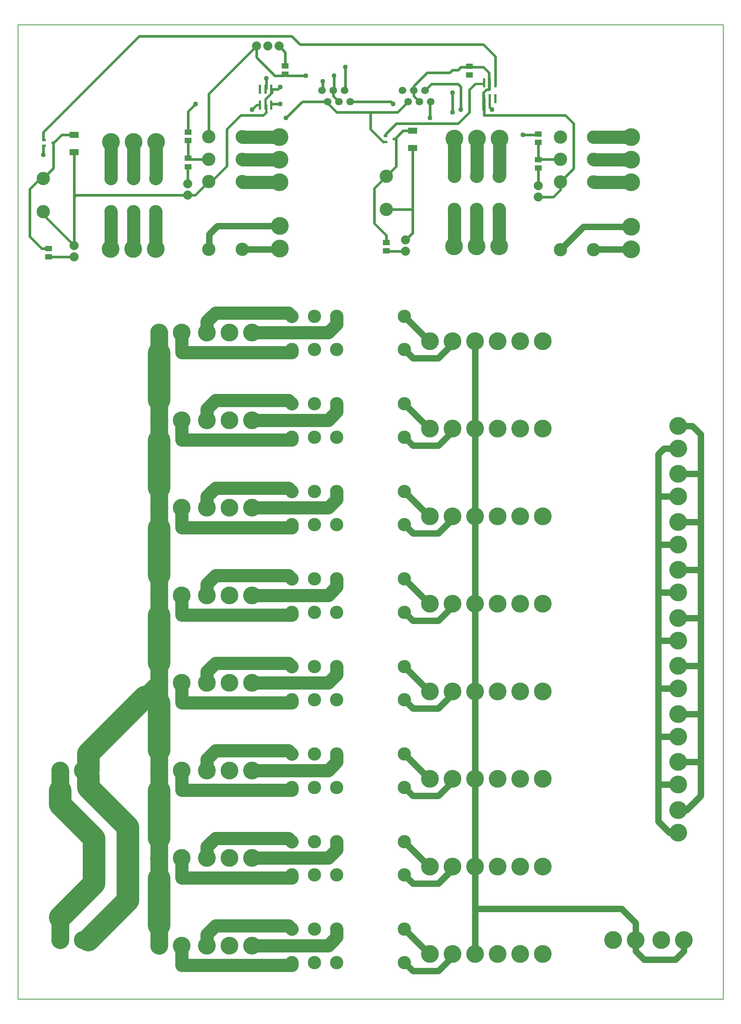
<source format=gbr>
G04 DipTrace 2.4.0.2*
%INtop.gbr*%
%MOIN*%
%ADD11C,0.006*%
%ADD13C,0.0236*%
%ADD14C,0.0197*%
%ADD15C,0.0551*%
%ADD16C,0.0209*%
%ADD17C,0.1575*%
%ADD18C,0.2*%
%ADD19C,0.1181*%
%ADD20C,0.08*%
%ADD21C,0.0669*%
%ADD22R,0.0591X0.0512*%
%ADD23R,0.0827X0.0551*%
%ADD25R,0.0335X0.0197*%
%ADD27R,0.0209X0.08*%
%ADD28C,0.043*%
%FSLAX44Y44*%
G04*
G70*
G90*
G75*
G01*
%LNTop*%
%LPD*%
X43942Y85758D2*
D13*
D3*
X42440Y84190D2*
Y82440D1*
X31381Y83382D2*
Y83249D1*
X32190Y82440D1*
X35190D1*
X37565D1*
X38507Y83382D1*
X36497Y79825D2*
D14*
X36305D1*
D13*
X35190Y80940D1*
Y82440D1*
X31381Y83382D2*
X29132D1*
X27690Y81940D1*
X6190Y78690D2*
Y79413D1*
D14*
X6259Y79482D1*
X62940Y9190D2*
D15*
Y8190D1*
X62190Y7440D1*
X59440D1*
X58690Y8190D1*
Y9190D1*
X44440Y7940D2*
Y11940D1*
Y15690D1*
Y23440D1*
Y31190D1*
X58690Y9190D2*
Y10690D1*
X57440Y11940D1*
X44440D1*
Y62190D2*
Y54440D1*
Y46690D1*
Y38940D1*
Y31190D1*
X40440Y7940D2*
X40393D1*
X38190Y10143D1*
X40440Y15690D2*
X40393D1*
X38190Y17893D1*
X40440Y23440D2*
X40393D1*
X38190Y25643D1*
X40440Y31190D2*
X40393D1*
X38190Y33393D1*
X40440Y38940D2*
X40393D1*
X38190Y41143D1*
X40440Y46690D2*
X40393D1*
X38190Y48893D1*
X40440Y54440D2*
X40393D1*
X38190Y56643D1*
X40440Y62190D2*
X40393D1*
X38190Y64393D1*
X25064Y88319D2*
D13*
Y87316D1*
X26690Y85690D1*
X27495D1*
X27625Y85820D1*
X29440Y85690D2*
X27755D1*
X27625Y85820D1*
X20844Y80284D2*
Y84099D1*
X25064Y88319D1*
X33381Y83382D2*
X36998D1*
X37190Y83190D1*
X40440Y81940D2*
Y83315D1*
X40507Y83382D1*
X30940Y85190D2*
Y84441D1*
X30881Y84382D1*
X62440Y18690D2*
D15*
X61690D1*
X60690Y19690D1*
Y22940D1*
Y27190D1*
Y31440D1*
Y35690D1*
Y39940D1*
Y44190D1*
Y48440D1*
Y52190D1*
X61190Y52690D1*
X62940D1*
X62440Y53190D1*
Y52690D1*
Y48440D2*
X60690D1*
X62440Y44190D2*
X60690D1*
X62440Y39940D2*
X60690D1*
X62440Y35690D2*
X60690D1*
X62440Y31440D2*
X60690D1*
X62440Y22940D2*
X60690D1*
X62440Y27190D2*
X60690D1*
X62440Y20690D2*
X63190D1*
X64440Y21940D1*
Y24940D1*
Y29190D1*
Y33440D1*
Y37690D1*
Y41940D1*
Y46190D1*
Y50440D1*
Y53940D1*
X63690Y54690D1*
X62440D1*
Y50440D2*
X64440D1*
X62440Y46190D2*
X64440D1*
X62440Y41940D2*
X64440D1*
X62440Y37690D2*
X64440D1*
X62440Y33440D2*
X64440D1*
X62440Y29190D2*
X64440D1*
X62440Y24940D2*
X64440D1*
X18990Y75112D2*
D13*
X19640D1*
X20844Y76315D1*
X50047Y74945D2*
X51363D1*
X52001Y75583D1*
Y76297D1*
Y76298D1*
X38907Y79284D2*
Y73843D1*
Y71767D1*
X38289Y71149D1*
X8905Y78914D2*
Y74909D1*
Y70678D1*
X8927Y70655D1*
X6184Y73649D2*
Y73399D1*
X8927Y70655D1*
X31940Y85690D2*
Y84441D1*
X31881Y84382D1*
X39007D2*
Y83882D1*
X39507Y83382D1*
X31881Y84382D2*
Y83882D1*
X32381Y83382D1*
X27625Y86568D2*
Y87758D1*
X27064Y88319D1*
X39007Y84382D2*
Y84757D1*
X40190Y85940D1*
X42190D1*
X42440Y86190D1*
X42940D1*
X43190Y86440D1*
X43876D1*
X43942Y86506D1*
X45753Y85057D2*
D16*
Y84440D1*
X45690D1*
D13*
Y85940D1*
X45190Y86440D1*
X44007D1*
X43942Y86506D1*
X45253Y83657D2*
Y82690D1*
X45190D1*
Y84190D1*
X45440Y84440D1*
X45690D1*
X45253Y83657D2*
D16*
Y82876D1*
D13*
Y82190D1*
X52440D1*
X53190Y81440D1*
Y77487D1*
X52001Y76298D1*
X26376Y84481D2*
D16*
X26599D1*
D13*
X26981D1*
X27190Y84690D1*
X18990Y75112D2*
X9107D1*
X8905Y74909D1*
X20844Y76315D2*
X21065D1*
X22440Y77690D1*
Y80940D1*
X23690Y82190D1*
X25690D1*
X25940Y82440D1*
D16*
Y83081D1*
X25876D1*
Y83626D1*
D13*
X26440Y84190D1*
Y84417D1*
D16*
X26376Y84481D1*
X36590Y73843D2*
D13*
X38907D1*
X32940Y86440D2*
Y84441D1*
X32881Y84382D1*
X25940Y85440D2*
Y84544D1*
D16*
X25876Y84481D1*
X45753Y83657D2*
Y82877D1*
D13*
X45940Y82690D1*
X43190D2*
Y84690D1*
X42940Y84940D1*
X40565D1*
X40007Y84382D1*
X7690Y9190D2*
D17*
Y11190D1*
D18*
X10690Y14190D1*
Y18190D1*
X7690Y21190D1*
Y22403D1*
D17*
Y24190D1*
X9690Y9190D2*
X10190D1*
D18*
X13690Y12690D1*
Y19190D1*
X10190Y22690D1*
Y23690D1*
D17*
X9690Y24190D1*
X16421Y16421D2*
X16440Y16440D1*
Y14653D1*
D18*
Y10477D1*
D17*
Y8690D1*
Y16440D2*
Y18227D1*
D18*
Y22403D1*
D17*
Y24190D1*
Y25977D1*
D18*
Y30153D1*
D17*
Y31940D1*
Y33727D1*
D18*
Y37903D1*
D17*
Y39690D1*
Y41477D1*
D18*
Y45653D1*
D17*
Y47440D1*
X9690Y24190D2*
X10190D1*
D18*
Y25690D1*
X15176Y30676D1*
D17*
X16440Y31940D1*
Y47440D2*
Y49227D1*
D18*
Y53403D1*
D17*
Y55190D1*
Y56977D1*
D18*
Y61153D1*
D17*
Y62940D1*
X38907Y80820D2*
D13*
X38061D1*
X37441Y80200D1*
Y79964D1*
Y77646D1*
X36590Y76796D1*
X37441Y79964D2*
D14*
X37324Y80081D1*
X36590Y70922D2*
D13*
Y71543D1*
X35506Y72628D1*
Y75711D1*
X36590Y76796D1*
X38289Y70149D2*
X36615D1*
X36590Y70174D1*
X46566Y73843D2*
D19*
Y70613D1*
X46589Y70590D1*
X44582Y73843D2*
Y70597D1*
X44589Y70590D1*
X42598Y73843D2*
Y70599D1*
X42589Y70590D1*
X36497Y80337D2*
D14*
Y80497D1*
D13*
X37440Y81440D1*
X42940D1*
X43940Y82440D1*
Y84440D1*
X44440Y84940D1*
D16*
X45190D1*
Y84993D1*
X45253Y85057D1*
X42610Y80111D2*
D19*
Y76808D1*
X42598Y76796D1*
X46610Y80111D2*
Y76840D1*
X46566Y76796D1*
X44610Y80111D2*
Y76824D1*
X44582Y76796D1*
X8905Y80449D2*
D13*
X7797D1*
X7239Y79891D1*
D14*
X7085Y79738D1*
Y79521D1*
D13*
Y77504D1*
X6184Y76602D1*
X5929D1*
X4977Y75650D1*
Y71448D1*
X6039Y70386D1*
X6641D1*
X6649Y70395D1*
Y69647D2*
X8919D1*
X8927Y69655D1*
X16160Y73649D2*
D19*
Y70374D1*
X16153Y70367D1*
X14176Y73649D2*
Y70389D1*
X14153Y70367D1*
X12191Y73649D2*
Y70405D1*
X12153Y70367D1*
X46253Y85057D2*
D16*
Y84837D1*
D13*
Y87377D1*
X45190Y88440D1*
X28940D1*
X28190Y89190D1*
X14690D1*
X6190Y80690D1*
Y80062D1*
D14*
X6259Y79994D1*
X16188Y79818D2*
D19*
Y76630D1*
X16160Y76602D1*
X14188Y79818D2*
Y76614D1*
X14176Y76602D1*
X12188Y79818D2*
Y76606D1*
X12191Y76602D1*
X38190Y7190D2*
D15*
X38940Y6440D1*
X41190D1*
X42440Y7690D1*
Y7940D1*
X28214Y7190D2*
D19*
Y6940D1*
X18440D1*
Y8690D1*
X24690D2*
X31440D1*
X32190Y9440D1*
Y10135D1*
X32182Y10143D1*
X20690Y8690D2*
Y9690D1*
X21440Y10440D1*
X27916D1*
X28214Y10143D1*
X38190Y14940D2*
D15*
X38940Y14190D1*
X41190D1*
X42440Y15440D1*
Y15690D1*
X28214Y14940D2*
D19*
Y14690D1*
X18440D1*
Y16440D1*
X24690D2*
X31440D1*
X32190Y17190D1*
Y17885D1*
X32182Y17893D1*
X20690Y16440D2*
Y17440D1*
X21440Y18190D1*
X27916D1*
X28214Y17893D1*
X38190Y22690D2*
D15*
X38940Y21940D1*
X41190D1*
X42440Y23190D1*
Y23440D1*
X28214Y22690D2*
D19*
Y22440D1*
X18440D1*
Y24190D1*
X24690D2*
X31440D1*
X32190Y24940D1*
Y25635D1*
X32182Y25643D1*
X20690Y24190D2*
Y25190D1*
X21440Y25940D1*
X27916D1*
X28214Y25643D1*
X38190Y30440D2*
D15*
X38940Y29690D1*
X41190D1*
X42440Y30940D1*
Y31190D1*
X28214Y30440D2*
D19*
Y30190D1*
X18440D1*
Y31940D1*
X24690D2*
X31440D1*
X32190Y32690D1*
Y33385D1*
X32182Y33393D1*
X20690Y31940D2*
Y32940D1*
X21440Y33690D1*
X27916D1*
X28214Y33393D1*
X38190Y38190D2*
D15*
X38940Y37440D1*
X41190D1*
X42440Y38690D1*
Y38940D1*
X28214Y38190D2*
D19*
Y37940D1*
X18440D1*
Y39690D1*
X24690D2*
X31440D1*
X32190Y40440D1*
Y41135D1*
X32182Y41143D1*
X20690Y39690D2*
Y40690D1*
X21440Y41440D1*
X27916D1*
X28214Y41143D1*
X38190Y45940D2*
D15*
X38940Y45190D1*
X41190D1*
X42440Y46440D1*
Y46690D1*
X28214Y45940D2*
D19*
Y45690D1*
X18440D1*
Y47440D1*
X24690D2*
X31440D1*
X32190Y48190D1*
Y48885D1*
X32182Y48893D1*
X20690Y47440D2*
Y48440D1*
X21440Y49190D1*
X27916D1*
X28214Y48893D1*
X38190Y53690D2*
D15*
X38940Y52940D1*
X41190D1*
X42440Y54190D1*
Y54440D1*
X28214Y53690D2*
D19*
Y53440D1*
X18440D1*
Y55190D1*
X24690D2*
X31440D1*
X32190Y55940D1*
Y56635D1*
X32182Y56643D1*
X20690Y55190D2*
Y56190D1*
X21440Y56940D1*
X27916D1*
X28214Y56643D1*
X38190Y61440D2*
D15*
X38940Y60690D1*
X41190D1*
X42440Y61940D1*
Y62190D1*
X28214Y61440D2*
D19*
Y61190D1*
X18440D1*
Y62940D1*
X24690D2*
X31440D1*
X32190Y63690D1*
Y64385D1*
X32182Y64393D1*
X20690Y62940D2*
Y63940D1*
X21440Y64690D1*
X27916D1*
X28214Y64393D1*
X23797Y70307D2*
D15*
X27055D1*
X27130Y70383D1*
Y72383D2*
X21606D1*
X20863Y71641D1*
Y70327D1*
X20844Y70307D1*
X18990Y76112D2*
D13*
Y77613D1*
X19004Y77626D1*
X27127Y80256D2*
D19*
X23825D1*
X23797Y80284D1*
X27127Y78256D2*
X23840D1*
X23797Y78300D1*
X27127Y76256D2*
X23856D1*
X23797Y76315D1*
X20844Y78300D2*
D13*
X19078D1*
X19004Y78374D1*
Y79945D1*
X19008Y79949D1*
X58275Y70326D2*
D15*
X54990D1*
X54954Y70290D1*
X58275Y72326D2*
X54037D1*
X52001Y70290D1*
X50047Y75945D2*
D13*
Y77501D1*
X50049Y77503D1*
X58273Y80242D2*
D19*
X54978D1*
X54954Y80266D1*
X58273Y78242D2*
X54994D1*
X54954Y78282D1*
X58273Y76242D2*
X55010D1*
X54954Y76298D1*
X50049Y78251D2*
D13*
Y79768D1*
X50057Y79776D1*
X52001Y78282D2*
X50080D1*
X50049Y78251D1*
X25376Y83081D2*
D16*
X25081D1*
D13*
X24690Y82690D1*
X48690Y80440D2*
X49973D1*
X50057Y80524D1*
X19008Y80697D2*
Y82508D1*
X19690Y83190D1*
X27190D2*
X26486D1*
D16*
X26376Y83081D1*
D28*
X43942Y85758D3*
X42440Y84190D3*
Y82440D3*
X27690Y81940D3*
X6190Y78690D3*
X29440Y85690D3*
X37190Y83190D3*
X40440Y81940D3*
X30940Y85190D3*
X31940Y85690D3*
X27190Y84690D3*
X32940Y86440D3*
X25940Y85440D3*
X45940Y82690D3*
X43190D3*
X24690D3*
X48690Y80440D3*
X19690Y83190D3*
X27190D3*
D17*
X62440Y54690D3*
Y52690D3*
X58690Y9190D3*
X56690D3*
X7690Y24190D3*
X9690D3*
X62940Y9190D3*
X60940D3*
X7690D3*
X9690D3*
D20*
X27064Y88319D3*
X26064D3*
X25064D3*
D21*
X33381Y83382D3*
X32881Y84382D3*
X32381Y83382D3*
X31881Y84382D3*
X31381Y83382D3*
X30881Y84382D3*
X40507Y83382D3*
X40007Y84382D3*
X39507Y83382D3*
X39007Y84382D3*
X38507Y83382D3*
X38007Y84382D3*
D22*
X27625Y85820D3*
Y86568D3*
X43942Y85758D3*
Y86506D3*
D23*
X38907Y80820D3*
Y79284D3*
D20*
X38289Y71149D3*
Y70149D3*
D17*
X46589Y70590D3*
X44589D3*
X42589D3*
D25*
X36497Y80337D3*
Y79825D3*
X37324Y80081D3*
D22*
X36590Y70174D3*
Y70922D3*
D19*
Y76796D3*
Y73843D3*
X42598Y76796D3*
X44582D3*
X46566D3*
X42598Y73843D3*
X44582D3*
X46566D3*
D17*
X46610Y80111D3*
X44610D3*
X42610D3*
D23*
X8905Y80449D3*
Y78914D3*
D20*
X8927Y70655D3*
Y69655D3*
D17*
X16153Y70367D3*
X14153D3*
X12153D3*
D25*
X6259Y79994D3*
Y79482D3*
X7085Y79738D3*
D22*
X6649Y69647D3*
Y70395D3*
D27*
X45253Y83657D3*
X45753D3*
X46253D3*
Y85057D3*
X45753D3*
X45253D3*
D17*
X16188Y79818D3*
X14188D3*
X12188D3*
D19*
X6184Y76602D3*
Y73649D3*
X12191Y76602D3*
X14176D3*
X16160D3*
X12191Y73649D3*
X14176D3*
X16160D3*
D17*
X44440Y7940D3*
X42440D3*
X40440D3*
X46440D3*
X48440D3*
X50440D3*
X18440Y8690D3*
X16440D3*
X62440Y18690D3*
Y20690D3*
D19*
X38190Y7190D3*
Y10143D3*
X32182Y7190D3*
X30198D3*
X28214D3*
X32182Y10143D3*
X30198D3*
X28214D3*
D17*
X20690Y8690D3*
X22690D3*
X24690D3*
X44440Y15690D3*
X42440D3*
X40440D3*
X46440D3*
X48440D3*
X50440D3*
X18440Y16440D3*
X16440D3*
X62440Y22940D3*
Y24940D3*
D19*
X38190Y14940D3*
Y17893D3*
X32182Y14940D3*
X30198D3*
X28214D3*
X32182Y17893D3*
X30198D3*
X28214D3*
D17*
X20690Y16440D3*
X22690D3*
X24690D3*
X44440Y23440D3*
X42440D3*
X40440D3*
X46440D3*
X48440D3*
X50440D3*
X18440Y24190D3*
X16440D3*
X62440Y27190D3*
Y29190D3*
D19*
X38190Y22690D3*
Y25643D3*
X32182Y22690D3*
X30198D3*
X28214D3*
X32182Y25643D3*
X30198D3*
X28214D3*
D17*
X20690Y24190D3*
X22690D3*
X24690D3*
X44440Y31190D3*
X42440D3*
X40440D3*
X46440D3*
X48440D3*
X50440D3*
X18440Y31940D3*
X16440D3*
X62440Y31440D3*
Y33440D3*
D19*
X38190Y30440D3*
Y33393D3*
X32182Y30440D3*
X30198D3*
X28214D3*
X32182Y33393D3*
X30198D3*
X28214D3*
D17*
X20690Y31940D3*
X22690D3*
X24690D3*
X44440Y38940D3*
X42440D3*
X40440D3*
X46440D3*
X48440D3*
X50440D3*
X18440Y39690D3*
X16440D3*
X62440Y35690D3*
Y37690D3*
D19*
X38190Y38190D3*
Y41143D3*
X32182Y38190D3*
X30198D3*
X28214D3*
X32182Y41143D3*
X30198D3*
X28214D3*
D17*
X20690Y39690D3*
X22690D3*
X24690D3*
X44440Y46690D3*
X42440D3*
X40440D3*
X46440D3*
X48440D3*
X50440D3*
X18440Y47440D3*
X16440D3*
X62440Y39940D3*
Y41940D3*
D19*
X38190Y45940D3*
Y48893D3*
X32182Y45940D3*
X30198D3*
X28214D3*
X32182Y48893D3*
X30198D3*
X28214D3*
D17*
X20690Y47440D3*
X22690D3*
X24690D3*
X44440Y54440D3*
X42440D3*
X40440D3*
X46440D3*
X48440D3*
X50440D3*
X18440Y55190D3*
X16440D3*
X62440Y44190D3*
Y46190D3*
D19*
X38190Y53690D3*
Y56643D3*
X32182Y53690D3*
X30198D3*
X28214D3*
X32182Y56643D3*
X30198D3*
X28214D3*
D17*
X20690Y55190D3*
X22690D3*
X24690D3*
X44440Y62190D3*
X42440D3*
X40440D3*
X46440D3*
X48440D3*
X50440D3*
X18440Y62940D3*
X16440D3*
X62440Y48440D3*
Y50440D3*
D19*
X38190Y61440D3*
Y64393D3*
X32182Y61440D3*
X30198D3*
X28214D3*
X32182Y64393D3*
X30198D3*
X28214D3*
D17*
X20690Y62940D3*
X22690D3*
X24690D3*
X27130Y70383D3*
Y72383D3*
D20*
X18990Y75112D3*
Y76112D3*
D17*
X27127Y80256D3*
Y78256D3*
Y76256D3*
D22*
X19004Y77626D3*
Y78374D3*
D19*
X20844Y70307D3*
X23797D3*
X20844Y76315D3*
Y78300D3*
Y80284D3*
X23797Y76315D3*
Y78300D3*
Y80284D3*
D17*
X58275Y70326D3*
Y72326D3*
D20*
X50047Y74945D3*
Y75945D3*
D17*
X58273Y80242D3*
Y78242D3*
Y76242D3*
D22*
X50049Y77503D3*
Y78251D3*
D19*
X52001Y70290D3*
X54954D3*
X52001Y76298D3*
Y78282D3*
Y80266D3*
X54954Y76298D3*
Y78282D3*
Y80266D3*
D27*
X26376Y84481D3*
X25876D3*
X25376D3*
Y83081D3*
X25876D3*
X26376D3*
D22*
X19008Y80697D3*
Y79949D3*
X50057Y80524D3*
Y79776D3*
%LNBoardOutline*%
X3940Y3940D2*
D11*
X66440D1*
Y90190D1*
X3940D1*
Y3940D1*
M02*

</source>
